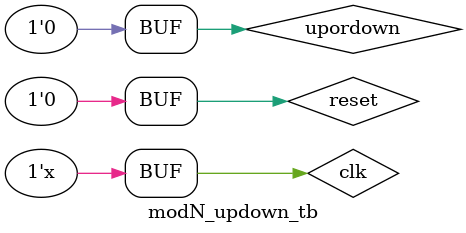
<source format=v>
module modN_updown_tb;

	// Inputs
	reg clk;
	reg reset;
	reg upordown;

	// Outputs
	wire [3:0] count;

	// Instantiate the Unit Under Test (UUT)
	modN_counter uut (
		.clk(clk), 
		.reset(reset), 
		.upordown(upordown), 
		.count(count)
	);

	initial begin
		// Initialize Inputs
		clk = 0;
		reset = 1;
         #50 reset =0; upordown = 0;
        #200;
        upordown = 1;
      #200;
        reset = 1;
        upordown = 0;
        #100;
        reset = 0;  
   
      
end

always #10 clk=~clk;
endmodule
</source>
